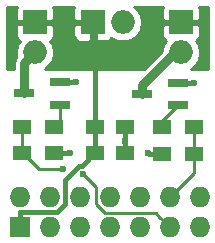
<source format=gbr>
G04 #@! TF.GenerationSoftware,KiCad,Pcbnew,no-vcs-found-7664~57~ubuntu16.10.1*
G04 #@! TF.CreationDate,2017-02-22T20:40:57+01:00*
G04 #@! TF.ProjectId,MysXLedDimmer,4D7973584C656444696D6D65722E6B69,rev?*
G04 #@! TF.FileFunction,Copper,L1,Top,Signal*
G04 #@! TF.FilePolarity,Positive*
%FSLAX46Y46*%
G04 Gerber Fmt 4.6, Leading zero omitted, Abs format (unit mm)*
G04 Created by KiCad (PCBNEW no-vcs-found-7664~57~ubuntu16.10.1) date Wed Feb 22 20:40:57 2017*
%MOMM*%
%LPD*%
G01*
G04 APERTURE LIST*
%ADD10C,0.100000*%
%ADD11R,1.500000X1.300000*%
%ADD12R,1.500000X1.250000*%
%ADD13R,1.800860X0.800100*%
%ADD14O,1.727200X1.727200*%
%ADD15R,1.727200X1.727200*%
%ADD16O,1.998980X1.998980*%
%ADD17R,1.998980X1.998980*%
%ADD18C,0.600000*%
%ADD19C,0.250000*%
%ADD20C,0.400000*%
%ADD21C,0.800000*%
%ADD22C,0.254000*%
G04 APERTURE END LIST*
D10*
D11*
X138019800Y-117970300D03*
X140719800Y-117970300D03*
X152581600Y-117995700D03*
X149881600Y-117995700D03*
D12*
X146741200Y-117970300D03*
X144241200Y-117970300D03*
D11*
X152568900Y-115735100D03*
X149868900Y-115735100D03*
X140719800Y-115722400D03*
X138019800Y-115722400D03*
D12*
X144241200Y-115697000D03*
X146741200Y-115697000D03*
D13*
X138211560Y-112877600D03*
X141213840Y-111927600D03*
X141213840Y-113827600D03*
D14*
X145453100Y-121653300D03*
X145453100Y-124193300D03*
X142913100Y-121653300D03*
X142913100Y-124193300D03*
X140373100Y-121653300D03*
X140373100Y-124193300D03*
X137833100Y-121653300D03*
D15*
X137833100Y-124193300D03*
D14*
X147993100Y-124193300D03*
X147993100Y-121653300D03*
X150533100Y-124193300D03*
X150533100Y-121653300D03*
X153073100Y-124193300D03*
X153073100Y-121653300D03*
D16*
X139115800Y-109410500D03*
D17*
X139115800Y-106870500D03*
D16*
X146558000Y-106870500D03*
D17*
X144018000Y-106870500D03*
D16*
X151485600Y-109397800D03*
D17*
X151485600Y-106857800D03*
D13*
X151196040Y-113903800D03*
X151196040Y-112003800D03*
X148193760Y-112953800D03*
D18*
X143167100Y-119748300D03*
X141528800Y-119278400D03*
X146748500Y-116903500D03*
X148717000Y-117957600D03*
X142062200Y-117957600D03*
X142582900Y-111937800D03*
X152615900Y-112001300D03*
D19*
X152568900Y-115735100D02*
X152568900Y-117983000D01*
X152568900Y-117983000D02*
X152581600Y-117995700D01*
X150533100Y-121653300D02*
X152581600Y-119604800D01*
X152581600Y-119604800D02*
X152581600Y-117995700D01*
X151003000Y-121183400D02*
X150533100Y-121653300D01*
X143167100Y-119748300D02*
X144264499Y-120845699D01*
X144264499Y-120845699D02*
X144264499Y-122223829D01*
X149344499Y-123004699D02*
X149669501Y-123329701D01*
X144264499Y-122223829D02*
X145045369Y-123004699D01*
X145045369Y-123004699D02*
X149344499Y-123004699D01*
X149669501Y-123329701D02*
X150533100Y-124193300D01*
X138119800Y-117970300D02*
X139427900Y-119278400D01*
X139427900Y-119278400D02*
X141528800Y-119278400D01*
X138019800Y-115722400D02*
X138019800Y-117970300D01*
X138019800Y-117970300D02*
X138119800Y-117970300D01*
D20*
X144241200Y-108521500D02*
X144241200Y-107093700D01*
X144241200Y-115697000D02*
X144241200Y-108521500D01*
X144241200Y-108521500D02*
X148422410Y-108521500D01*
X148422410Y-108521500D02*
X150086110Y-106857800D01*
X150086110Y-106857800D02*
X151485600Y-106857800D01*
X144018000Y-106870500D02*
X139115800Y-106870500D01*
X142884098Y-118995300D02*
X143091200Y-118995300D01*
X144116200Y-117970300D02*
X144241200Y-117970300D01*
X141649499Y-120229899D02*
X142884098Y-118995300D01*
X141649499Y-122247031D02*
X141649499Y-120229899D01*
X140979629Y-122916901D02*
X141649499Y-122247031D01*
X143091200Y-118995300D02*
X144116200Y-117970300D01*
X137833100Y-122929700D02*
X137845899Y-122916901D01*
X137833100Y-124193300D02*
X137833100Y-122929700D01*
X137845899Y-122916901D02*
X140979629Y-122916901D01*
X144241200Y-107093700D02*
X144018000Y-106870500D01*
X144241200Y-115697000D02*
X144241200Y-117970300D01*
X146741200Y-115697000D02*
X146741200Y-116896200D01*
X146741200Y-116896200D02*
X146748500Y-116903500D01*
X146741200Y-117970300D02*
X146741200Y-116910800D01*
X146741200Y-116910800D02*
X146748500Y-116903500D01*
X149881600Y-117995700D02*
X148755100Y-117995700D01*
X148755100Y-117995700D02*
X148717000Y-117957600D01*
X140719800Y-117970300D02*
X142049500Y-117970300D01*
X142049500Y-117970300D02*
X142062200Y-117957600D01*
X141213840Y-111927600D02*
X142572700Y-111927600D01*
X142572700Y-111927600D02*
X142582900Y-111937800D01*
X151196040Y-112003800D02*
X152613400Y-112003800D01*
X152613400Y-112003800D02*
X152615900Y-112001300D01*
D21*
X148193760Y-112953800D02*
X148193760Y-112153750D01*
X148193760Y-112153750D02*
X150949710Y-109397800D01*
X150949710Y-109397800D02*
X151485600Y-109397800D01*
X138211560Y-112877600D02*
X138211560Y-110314740D01*
X138211560Y-110314740D02*
X139115800Y-109410500D01*
D19*
X149868900Y-115735100D02*
X149868900Y-115230940D01*
X149868900Y-115230940D02*
X151196040Y-113903800D01*
X141213840Y-113827600D02*
X141213840Y-115228360D01*
X141213840Y-115228360D02*
X140719800Y-115722400D01*
X140719800Y-115722400D02*
X140619800Y-115722400D01*
D22*
G36*
X137481310Y-105744701D02*
X137481310Y-106584750D01*
X137640060Y-106743500D01*
X138988800Y-106743500D01*
X138988800Y-106723500D01*
X139242800Y-106723500D01*
X139242800Y-106743500D01*
X140591540Y-106743500D01*
X140750290Y-106584750D01*
X140750290Y-105744701D01*
X140663760Y-105535800D01*
X142470039Y-105535800D01*
X142383510Y-105744700D01*
X142383510Y-106584750D01*
X142542260Y-106743500D01*
X143891000Y-106743500D01*
X143891000Y-106723500D01*
X144145000Y-106723500D01*
X144145000Y-106743500D01*
X144165000Y-106743500D01*
X144165000Y-106997500D01*
X144145000Y-106997500D01*
X144145000Y-108346240D01*
X144303750Y-108504990D01*
X145143799Y-108504990D01*
X145377188Y-108408317D01*
X145555817Y-108229689D01*
X145581582Y-108167487D01*
X145900486Y-108380572D01*
X146525978Y-108504990D01*
X146590022Y-108504990D01*
X147215514Y-108380572D01*
X147745781Y-108026259D01*
X148100094Y-107495992D01*
X148224512Y-106870500D01*
X148100094Y-106245008D01*
X147745781Y-105714741D01*
X147477977Y-105535800D01*
X149932379Y-105535800D01*
X149851110Y-105732001D01*
X149851110Y-106572050D01*
X150009860Y-106730800D01*
X151358600Y-106730800D01*
X151358600Y-106710800D01*
X151612600Y-106710800D01*
X151612600Y-106730800D01*
X152961340Y-106730800D01*
X153120090Y-106572050D01*
X153120090Y-105732001D01*
X153038821Y-105535800D01*
X153798200Y-105535800D01*
X153798200Y-110807500D01*
X152309234Y-110807500D01*
X152641359Y-110585581D01*
X152995672Y-110055314D01*
X153120090Y-109429822D01*
X153120090Y-109365778D01*
X152995672Y-108740286D01*
X152782587Y-108421382D01*
X152844789Y-108395617D01*
X153023417Y-108216988D01*
X153120090Y-107983599D01*
X153120090Y-107143550D01*
X152961340Y-106984800D01*
X151612600Y-106984800D01*
X151612600Y-107004800D01*
X151358600Y-107004800D01*
X151358600Y-106984800D01*
X150009860Y-106984800D01*
X149851110Y-107143550D01*
X149851110Y-107983599D01*
X149947783Y-108216988D01*
X150126411Y-108395617D01*
X150188613Y-108421382D01*
X149975528Y-108740286D01*
X149863586Y-109303056D01*
X148359142Y-110807500D01*
X139958441Y-110807500D01*
X140271559Y-110598281D01*
X140625872Y-110068014D01*
X140750290Y-109442522D01*
X140750290Y-109378478D01*
X140625872Y-108752986D01*
X140412787Y-108434082D01*
X140474989Y-108408317D01*
X140653617Y-108229688D01*
X140750290Y-107996299D01*
X140750290Y-107156250D01*
X142383510Y-107156250D01*
X142383510Y-107996300D01*
X142480183Y-108229689D01*
X142658812Y-108408317D01*
X142892201Y-108504990D01*
X143732250Y-108504990D01*
X143891000Y-108346240D01*
X143891000Y-106997500D01*
X142542260Y-106997500D01*
X142383510Y-107156250D01*
X140750290Y-107156250D01*
X140591540Y-106997500D01*
X139242800Y-106997500D01*
X139242800Y-107017500D01*
X138988800Y-107017500D01*
X138988800Y-106997500D01*
X137640060Y-106997500D01*
X137481310Y-107156250D01*
X137481310Y-107996299D01*
X137577983Y-108229688D01*
X137756611Y-108408317D01*
X137818813Y-108434082D01*
X137605728Y-108752986D01*
X137481310Y-109378478D01*
X137481310Y-109442522D01*
X137556576Y-109820911D01*
X137440121Y-109995199D01*
X137376560Y-110314740D01*
X137376560Y-110807500D01*
X136727000Y-110807500D01*
X136727000Y-105535800D01*
X137567840Y-105535800D01*
X137481310Y-105744701D01*
X137481310Y-105744701D01*
G37*
X137481310Y-105744701D02*
X137481310Y-106584750D01*
X137640060Y-106743500D01*
X138988800Y-106743500D01*
X138988800Y-106723500D01*
X139242800Y-106723500D01*
X139242800Y-106743500D01*
X140591540Y-106743500D01*
X140750290Y-106584750D01*
X140750290Y-105744701D01*
X140663760Y-105535800D01*
X142470039Y-105535800D01*
X142383510Y-105744700D01*
X142383510Y-106584750D01*
X142542260Y-106743500D01*
X143891000Y-106743500D01*
X143891000Y-106723500D01*
X144145000Y-106723500D01*
X144145000Y-106743500D01*
X144165000Y-106743500D01*
X144165000Y-106997500D01*
X144145000Y-106997500D01*
X144145000Y-108346240D01*
X144303750Y-108504990D01*
X145143799Y-108504990D01*
X145377188Y-108408317D01*
X145555817Y-108229689D01*
X145581582Y-108167487D01*
X145900486Y-108380572D01*
X146525978Y-108504990D01*
X146590022Y-108504990D01*
X147215514Y-108380572D01*
X147745781Y-108026259D01*
X148100094Y-107495992D01*
X148224512Y-106870500D01*
X148100094Y-106245008D01*
X147745781Y-105714741D01*
X147477977Y-105535800D01*
X149932379Y-105535800D01*
X149851110Y-105732001D01*
X149851110Y-106572050D01*
X150009860Y-106730800D01*
X151358600Y-106730800D01*
X151358600Y-106710800D01*
X151612600Y-106710800D01*
X151612600Y-106730800D01*
X152961340Y-106730800D01*
X153120090Y-106572050D01*
X153120090Y-105732001D01*
X153038821Y-105535800D01*
X153798200Y-105535800D01*
X153798200Y-110807500D01*
X152309234Y-110807500D01*
X152641359Y-110585581D01*
X152995672Y-110055314D01*
X153120090Y-109429822D01*
X153120090Y-109365778D01*
X152995672Y-108740286D01*
X152782587Y-108421382D01*
X152844789Y-108395617D01*
X153023417Y-108216988D01*
X153120090Y-107983599D01*
X153120090Y-107143550D01*
X152961340Y-106984800D01*
X151612600Y-106984800D01*
X151612600Y-107004800D01*
X151358600Y-107004800D01*
X151358600Y-106984800D01*
X150009860Y-106984800D01*
X149851110Y-107143550D01*
X149851110Y-107983599D01*
X149947783Y-108216988D01*
X150126411Y-108395617D01*
X150188613Y-108421382D01*
X149975528Y-108740286D01*
X149863586Y-109303056D01*
X148359142Y-110807500D01*
X139958441Y-110807500D01*
X140271559Y-110598281D01*
X140625872Y-110068014D01*
X140750290Y-109442522D01*
X140750290Y-109378478D01*
X140625872Y-108752986D01*
X140412787Y-108434082D01*
X140474989Y-108408317D01*
X140653617Y-108229688D01*
X140750290Y-107996299D01*
X140750290Y-107156250D01*
X142383510Y-107156250D01*
X142383510Y-107996300D01*
X142480183Y-108229689D01*
X142658812Y-108408317D01*
X142892201Y-108504990D01*
X143732250Y-108504990D01*
X143891000Y-108346240D01*
X143891000Y-106997500D01*
X142542260Y-106997500D01*
X142383510Y-107156250D01*
X140750290Y-107156250D01*
X140591540Y-106997500D01*
X139242800Y-106997500D01*
X139242800Y-107017500D01*
X138988800Y-107017500D01*
X138988800Y-106997500D01*
X137640060Y-106997500D01*
X137481310Y-107156250D01*
X137481310Y-107996299D01*
X137577983Y-108229688D01*
X137756611Y-108408317D01*
X137818813Y-108434082D01*
X137605728Y-108752986D01*
X137481310Y-109378478D01*
X137481310Y-109442522D01*
X137556576Y-109820911D01*
X137440121Y-109995199D01*
X137376560Y-110314740D01*
X137376560Y-110807500D01*
X136727000Y-110807500D01*
X136727000Y-105535800D01*
X137567840Y-105535800D01*
X137481310Y-105744701D01*
M02*

</source>
